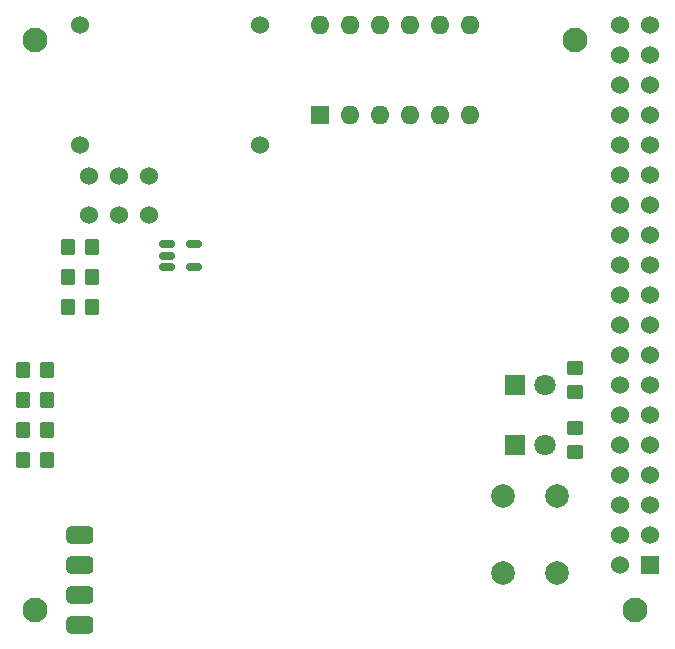
<source format=gbr>
%TF.GenerationSoftware,KiCad,Pcbnew,8.0.3*%
%TF.CreationDate,2024-06-19T13:29:18+09:00*%
%TF.ProjectId,yashica8_ver0.1.2,79617368-6963-4613-985f-766572302e31,rev?*%
%TF.SameCoordinates,Original*%
%TF.FileFunction,Soldermask,Top*%
%TF.FilePolarity,Negative*%
%FSLAX46Y46*%
G04 Gerber Fmt 4.6, Leading zero omitted, Abs format (unit mm)*
G04 Created by KiCad (PCBNEW 8.0.3) date 2024-06-19 13:29:18*
%MOMM*%
%LPD*%
G01*
G04 APERTURE LIST*
G04 Aperture macros list*
%AMRoundRect*
0 Rectangle with rounded corners*
0 $1 Rounding radius*
0 $2 $3 $4 $5 $6 $7 $8 $9 X,Y pos of 4 corners*
0 Add a 4 corners polygon primitive as box body*
4,1,4,$2,$3,$4,$5,$6,$7,$8,$9,$2,$3,0*
0 Add four circle primitives for the rounded corners*
1,1,$1+$1,$2,$3*
1,1,$1+$1,$4,$5*
1,1,$1+$1,$6,$7*
1,1,$1+$1,$8,$9*
0 Add four rect primitives between the rounded corners*
20,1,$1+$1,$2,$3,$4,$5,0*
20,1,$1+$1,$4,$5,$6,$7,0*
20,1,$1+$1,$6,$7,$8,$9,0*
20,1,$1+$1,$8,$9,$2,$3,0*%
G04 Aperture macros list end*
%ADD10R,1.800000X1.800000*%
%ADD11C,1.800000*%
%ADD12C,2.000000*%
%ADD13RoundRect,0.250000X-0.350000X-0.450000X0.350000X-0.450000X0.350000X0.450000X-0.350000X0.450000X0*%
%ADD14C,1.524000*%
%ADD15RoundRect,0.150000X-0.512500X-0.150000X0.512500X-0.150000X0.512500X0.150000X-0.512500X0.150000X0*%
%ADD16C,2.100000*%
%ADD17R,1.524000X1.524000*%
%ADD18RoundRect,0.250000X-0.450000X0.350000X-0.450000X-0.350000X0.450000X-0.350000X0.450000X0.350000X0*%
%ADD19R,1.600000X1.600000*%
%ADD20O,1.600000X1.600000*%
%ADD21RoundRect,0.381000X-0.762000X-0.381000X0.762000X-0.381000X0.762000X0.381000X-0.762000X0.381000X0*%
%ADD22RoundRect,0.381000X0.762000X0.381000X-0.762000X0.381000X-0.762000X-0.381000X0.762000X-0.381000X0*%
G04 APERTURE END LIST*
D10*
%TO.C,D2*%
X24780000Y23320000D03*
D11*
X27320000Y23320000D03*
%TD*%
D12*
%TO.C,SW2*%
X23800000Y7370000D03*
X23800000Y13870000D03*
X28300000Y7370000D03*
X28300000Y13870000D03*
%TD*%
D13*
%TO.C,R5*%
X-16860000Y16970000D03*
X-14860000Y16970000D03*
%TD*%
%TO.C,R7*%
X-16860000Y22050000D03*
X-14860000Y22050000D03*
%TD*%
D14*
%TO.C,SW3*%
X-11248000Y41008000D03*
X-8748000Y41008000D03*
X-6248000Y41008000D03*
X-11248000Y37708000D03*
X-8748000Y37708000D03*
X-6248000Y37708000D03*
%TD*%
D15*
%TO.C,U1*%
X-4684000Y35192000D03*
X-4684000Y34242000D03*
X-4684000Y33292000D03*
X-2409000Y33292000D03*
X-2409000Y35192000D03*
%TD*%
D16*
%TO.C,H3*%
X34940000Y4270000D03*
%TD*%
D17*
%TO.C,J1*%
X36210000Y8080000D03*
D14*
X33670000Y8080000D03*
X36210000Y10620000D03*
X33670000Y10620000D03*
X36210000Y13160000D03*
X33670000Y13160000D03*
X36210000Y15700000D03*
X33670000Y15700000D03*
X36210000Y18240000D03*
X33670000Y18240000D03*
X36210000Y20780000D03*
X33670000Y20780000D03*
X36210000Y23320000D03*
X33670000Y23320000D03*
X36210000Y25860000D03*
X33670000Y25860000D03*
X36210000Y28400000D03*
X33670000Y28400000D03*
X36210000Y30940000D03*
X33670000Y30940000D03*
X36210000Y33480000D03*
X33670000Y33480000D03*
X36210000Y36020000D03*
X33670000Y36020000D03*
X36210000Y38560000D03*
X33670000Y38560000D03*
X36210000Y41100000D03*
X33670000Y41100000D03*
X36210000Y43640000D03*
X33670000Y43640000D03*
X36210000Y46180000D03*
X33670000Y46180000D03*
X36210000Y48720000D03*
X33670000Y48720000D03*
X36210000Y51260000D03*
X33670000Y51260000D03*
X36210000Y53800000D03*
X33670000Y53800000D03*
%TD*%
D16*
%TO.C,H4*%
X29860000Y52530000D03*
%TD*%
D13*
%TO.C,R2*%
X-13050000Y29924000D03*
X-11050000Y29924000D03*
%TD*%
D14*
%TO.C,U2*%
X-12050000Y43640000D03*
X-12050000Y53800000D03*
X3190000Y43640000D03*
X3190000Y53800000D03*
%TD*%
D10*
%TO.C,D1*%
X24780000Y18240000D03*
D11*
X27320000Y18240000D03*
%TD*%
D13*
%TO.C,R1*%
X-16860000Y24590000D03*
X-14860000Y24590000D03*
%TD*%
D18*
%TO.C,R8*%
X29860000Y19637000D03*
X29860000Y17637000D03*
%TD*%
D19*
%TO.C,SW1*%
X8270000Y46180000D03*
D20*
X10810000Y46180000D03*
X13350000Y46180000D03*
X15890000Y46180000D03*
X18430000Y46180000D03*
X20970000Y46180000D03*
X20970000Y53800000D03*
X18430000Y53800000D03*
X15890000Y53800000D03*
X13350000Y53800000D03*
X10810000Y53800000D03*
X8270000Y53800000D03*
%TD*%
D13*
%TO.C,R4*%
X-16860000Y19510000D03*
X-14860000Y19510000D03*
%TD*%
D16*
%TO.C,H1*%
X-15860000Y52530000D03*
%TD*%
D13*
%TO.C,R6*%
X-13050000Y35004000D03*
X-11050000Y35004000D03*
%TD*%
D21*
%TO.C,U3*%
X-12050000Y10620000D03*
X-12050000Y8080000D03*
D22*
X-12050000Y5540000D03*
D21*
X-12050000Y3000000D03*
%TD*%
D13*
%TO.C,R3*%
X-13050000Y32464000D03*
X-11050000Y32464000D03*
%TD*%
D16*
%TO.C,H2*%
X-15860000Y4270000D03*
%TD*%
D18*
%TO.C,R9*%
X29860000Y24717000D03*
X29860000Y22717000D03*
%TD*%
M02*

</source>
